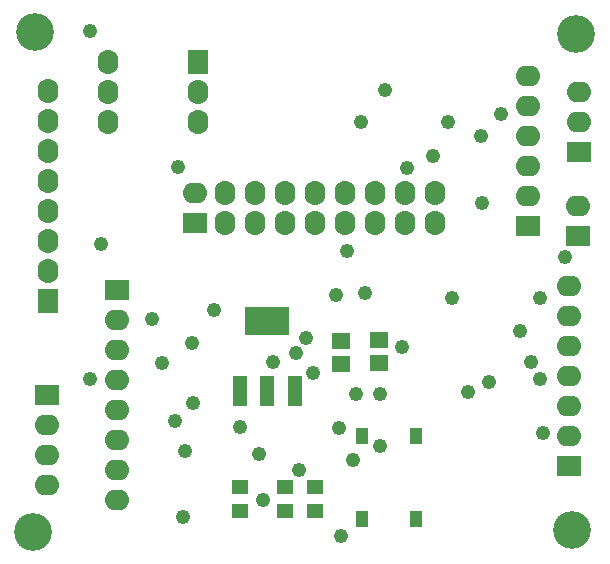
<source format=gts>
G04*
G04 #@! TF.GenerationSoftware,Altium Limited,Altium Designer,22.10.1 (41)*
G04*
G04 Layer_Color=8388736*
%FSTAX24Y24*%
%MOIN*%
G70*
G04*
G04 #@! TF.SameCoordinates,17841630-244F-4CFE-80E3-D5873E1B35FB*
G04*
G04*
G04 #@! TF.FilePolarity,Negative*
G04*
G01*
G75*
%ADD20R,0.0580X0.0474*%
%ADD21R,0.0631X0.0552*%
%ADD22R,0.0395X0.0552*%
%ADD23R,0.0473X0.1024*%
%ADD24R,0.1457X0.0961*%
%ADD25R,0.0830X0.0680*%
%ADD26O,0.0680X0.0830*%
%ADD27O,0.0830X0.0680*%
%ADD28R,0.0830X0.0680*%
%ADD29O,0.0830X0.0680*%
%ADD30R,0.0680X0.0830*%
%ADD31C,0.0480*%
%ADD32C,0.1261*%
D20*
X03935Y03335D02*
D03*
Y03415D02*
D03*
X03685Y03335D02*
D03*
Y03415D02*
D03*
X03835Y03335D02*
D03*
Y03415D02*
D03*
D21*
X041474Y039026D02*
D03*
Y038278D02*
D03*
X0402Y038998D02*
D03*
Y03825D02*
D03*
D22*
X0427Y033072D02*
D03*
Y035828D02*
D03*
X0409Y033072D02*
D03*
Y035828D02*
D03*
D23*
X036844Y037331D02*
D03*
X03775D02*
D03*
X038656D02*
D03*
D24*
X03775Y039669D02*
D03*
D25*
X03535Y04295D02*
D03*
X0478Y03485D02*
D03*
D26*
X03635Y04295D02*
D03*
X03735D02*
D03*
X03835D02*
D03*
X03935D02*
D03*
X04035D02*
D03*
X04135D02*
D03*
X04235D02*
D03*
X04335D02*
D03*
Y04395D02*
D03*
X04235D02*
D03*
X04135D02*
D03*
X04035D02*
D03*
X03935D02*
D03*
X03835D02*
D03*
X03735D02*
D03*
X03635D02*
D03*
X03545Y0473D02*
D03*
Y0463D02*
D03*
X03245Y0483D02*
D03*
Y0473D02*
D03*
Y0463D02*
D03*
X03045Y04735D02*
D03*
Y04635D02*
D03*
Y04535D02*
D03*
Y04435D02*
D03*
Y04335D02*
D03*
Y04235D02*
D03*
Y04135D02*
D03*
D27*
X03535Y04395D02*
D03*
X0478Y04085D02*
D03*
Y03985D02*
D03*
Y03885D02*
D03*
Y03785D02*
D03*
Y03685D02*
D03*
Y03585D02*
D03*
D28*
X0481Y0425D02*
D03*
X0304Y0372D02*
D03*
X04815Y0453D02*
D03*
X03275Y0407D02*
D03*
X04645Y04285D02*
D03*
D29*
X0481Y0435D02*
D03*
X0304Y0362D02*
D03*
Y0352D02*
D03*
Y0342D02*
D03*
X04815Y0473D02*
D03*
Y0463D02*
D03*
X03275Y0337D02*
D03*
Y0347D02*
D03*
Y0357D02*
D03*
Y0367D02*
D03*
Y0377D02*
D03*
Y0387D02*
D03*
Y0397D02*
D03*
X04645Y04385D02*
D03*
Y04485D02*
D03*
Y04585D02*
D03*
Y04685D02*
D03*
Y04785D02*
D03*
D30*
X03545Y0483D02*
D03*
X03045Y04035D02*
D03*
D31*
X03905Y0391D02*
D03*
X0387Y0386D02*
D03*
X0388Y0347D02*
D03*
X03185Y03775D02*
D03*
X0376Y0337D02*
D03*
X0402Y0325D02*
D03*
X03795Y0383D02*
D03*
X03596Y04003D02*
D03*
X041Y0406D02*
D03*
X0404Y042D02*
D03*
X04005Y04055D02*
D03*
X03525Y03895D02*
D03*
X04225Y0388D02*
D03*
X04695Y03595D02*
D03*
X04515Y03765D02*
D03*
X04445Y0373D02*
D03*
X04685Y03775D02*
D03*
X04655Y03829D02*
D03*
X03685Y03615D02*
D03*
X035Y03535D02*
D03*
X0439Y04045D02*
D03*
X0407Y03725D02*
D03*
X0415D02*
D03*
Y0355D02*
D03*
X04239Y04478D02*
D03*
X03185Y04935D02*
D03*
X0339Y03975D02*
D03*
X04617Y03935D02*
D03*
X039277Y037927D02*
D03*
X04059Y03504D02*
D03*
X04013Y0361D02*
D03*
X043255Y045155D02*
D03*
X04377Y04632D02*
D03*
X04087Y0463D02*
D03*
X04768Y04179D02*
D03*
X04554Y04656D02*
D03*
X04166Y04738D02*
D03*
X03528Y03695D02*
D03*
X044875Y04585D02*
D03*
X03747Y03525D02*
D03*
X034655Y03635D02*
D03*
X04683Y04043D02*
D03*
X04491Y0436D02*
D03*
X0322Y04223D02*
D03*
X03478Y04481D02*
D03*
X03422Y03827D02*
D03*
X03494Y03314D02*
D03*
D32*
X03Y0493D02*
D03*
X02995Y03265D02*
D03*
X0479Y0327D02*
D03*
X04805Y04925D02*
D03*
M02*

</source>
